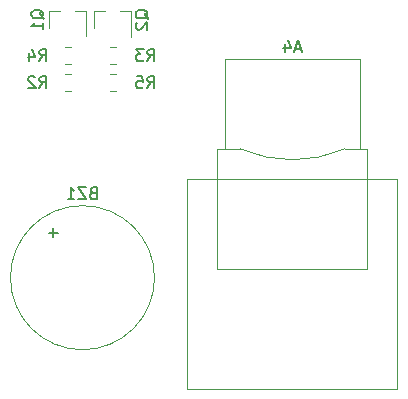
<source format=gbr>
G04 #@! TF.GenerationSoftware,KiCad,Pcbnew,5.1.5-52549c5~84~ubuntu19.04.1*
G04 #@! TF.CreationDate,2019-12-06T19:41:43+01:00*
G04 #@! TF.ProjectId,Rocket_PCB,526f636b-6574-45f5-9043-422e6b696361,rev?*
G04 #@! TF.SameCoordinates,Original*
G04 #@! TF.FileFunction,Legend,Bot*
G04 #@! TF.FilePolarity,Positive*
%FSLAX46Y46*%
G04 Gerber Fmt 4.6, Leading zero omitted, Abs format (unit mm)*
G04 Created by KiCad (PCBNEW 5.1.5-52549c5~84~ubuntu19.04.1) date 2019-12-06 19:41:43*
%MOMM*%
%LPD*%
G04 APERTURE LIST*
%ADD10C,0.120000*%
%ADD11C,0.150000*%
G04 APERTURE END LIST*
D10*
X139011922Y-49836000D02*
X139529078Y-49836000D01*
X139011922Y-51256000D02*
X139529078Y-51256000D01*
X139529078Y-53542000D02*
X139011922Y-53542000D01*
X139529078Y-52122000D02*
X139011922Y-52122000D01*
X137612000Y-46754000D02*
X137612000Y-48214000D01*
X140772000Y-46754000D02*
X140772000Y-48914000D01*
X140772000Y-46754000D02*
X139842000Y-46754000D01*
X137612000Y-46754000D02*
X138542000Y-46754000D01*
X148717000Y-50800000D02*
X148717000Y-58420000D01*
X160147000Y-50800000D02*
X148717000Y-50800000D01*
X160147000Y-58420000D02*
X160147000Y-50800000D01*
X148082000Y-58420000D02*
X149987000Y-58420000D01*
X160782000Y-58420000D02*
X158877000Y-58420000D01*
X149987001Y-58420000D02*
G75*
G03X158877000Y-58420000I4444999J10160000D01*
G01*
X160782000Y-68580000D02*
X160782000Y-58420000D01*
X148082000Y-68580000D02*
X148082000Y-58420000D01*
X160782000Y-68580000D02*
X148082000Y-68580000D01*
X145542000Y-78740000D02*
X163322000Y-78740000D01*
X145542000Y-60960000D02*
X145542000Y-78740000D01*
X163322000Y-60960000D02*
X145542000Y-60960000D01*
X163322000Y-78740000D02*
X163322000Y-60960000D01*
X142752000Y-69332000D02*
G75*
G03X142752000Y-69332000I-6100000J0D01*
G01*
X135201922Y-49836000D02*
X135719078Y-49836000D01*
X135201922Y-51256000D02*
X135719078Y-51256000D01*
X135719078Y-53542000D02*
X135201922Y-53542000D01*
X135719078Y-52122000D02*
X135201922Y-52122000D01*
X133802000Y-46738000D02*
X133802000Y-48198000D01*
X136962000Y-46738000D02*
X136962000Y-48898000D01*
X136962000Y-46738000D02*
X136032000Y-46738000D01*
X133802000Y-46738000D02*
X134732000Y-46738000D01*
D11*
X142152666Y-53284380D02*
X142486000Y-52808190D01*
X142724095Y-53284380D02*
X142724095Y-52284380D01*
X142343142Y-52284380D01*
X142247904Y-52332000D01*
X142200285Y-52379619D01*
X142152666Y-52474857D01*
X142152666Y-52617714D01*
X142200285Y-52712952D01*
X142247904Y-52760571D01*
X142343142Y-52808190D01*
X142724095Y-52808190D01*
X141247904Y-52284380D02*
X141724095Y-52284380D01*
X141771714Y-52760571D01*
X141724095Y-52712952D01*
X141628857Y-52665333D01*
X141390761Y-52665333D01*
X141295523Y-52712952D01*
X141247904Y-52760571D01*
X141200285Y-52855809D01*
X141200285Y-53093904D01*
X141247904Y-53189142D01*
X141295523Y-53236761D01*
X141390761Y-53284380D01*
X141628857Y-53284380D01*
X141724095Y-53236761D01*
X141771714Y-53189142D01*
X142152666Y-50998380D02*
X142486000Y-50522190D01*
X142724095Y-50998380D02*
X142724095Y-49998380D01*
X142343142Y-49998380D01*
X142247904Y-50046000D01*
X142200285Y-50093619D01*
X142152666Y-50188857D01*
X142152666Y-50331714D01*
X142200285Y-50426952D01*
X142247904Y-50474571D01*
X142343142Y-50522190D01*
X142724095Y-50522190D01*
X141819333Y-49998380D02*
X141200285Y-49998380D01*
X141533619Y-50379333D01*
X141390761Y-50379333D01*
X141295523Y-50426952D01*
X141247904Y-50474571D01*
X141200285Y-50569809D01*
X141200285Y-50807904D01*
X141247904Y-50903142D01*
X141295523Y-50950761D01*
X141390761Y-50998380D01*
X141676476Y-50998380D01*
X141771714Y-50950761D01*
X141819333Y-50903142D01*
X142239619Y-47418761D02*
X142192000Y-47323523D01*
X142096761Y-47228285D01*
X141953904Y-47085428D01*
X141906285Y-46990190D01*
X141906285Y-46894952D01*
X142144380Y-46942571D02*
X142096761Y-46847333D01*
X142001523Y-46752095D01*
X141811047Y-46704476D01*
X141477714Y-46704476D01*
X141287238Y-46752095D01*
X141192000Y-46847333D01*
X141144380Y-46942571D01*
X141144380Y-47133047D01*
X141192000Y-47228285D01*
X141287238Y-47323523D01*
X141477714Y-47371142D01*
X141811047Y-47371142D01*
X142001523Y-47323523D01*
X142096761Y-47228285D01*
X142144380Y-47133047D01*
X142144380Y-46942571D01*
X141239619Y-47752095D02*
X141192000Y-47799714D01*
X141144380Y-47894952D01*
X141144380Y-48133047D01*
X141192000Y-48228285D01*
X141239619Y-48275904D01*
X141334857Y-48323523D01*
X141430095Y-48323523D01*
X141572952Y-48275904D01*
X142144380Y-47704476D01*
X142144380Y-48323523D01*
X155146285Y-49950666D02*
X154670095Y-49950666D01*
X155241523Y-50236380D02*
X154908190Y-49236380D01*
X154574857Y-50236380D01*
X153812952Y-49569714D02*
X153812952Y-50236380D01*
X154051047Y-49188761D02*
X154289142Y-49903047D01*
X153670095Y-49903047D01*
X137532952Y-62158571D02*
X137390095Y-62206190D01*
X137342476Y-62253809D01*
X137294857Y-62349047D01*
X137294857Y-62491904D01*
X137342476Y-62587142D01*
X137390095Y-62634761D01*
X137485333Y-62682380D01*
X137866285Y-62682380D01*
X137866285Y-61682380D01*
X137532952Y-61682380D01*
X137437714Y-61730000D01*
X137390095Y-61777619D01*
X137342476Y-61872857D01*
X137342476Y-61968095D01*
X137390095Y-62063333D01*
X137437714Y-62110952D01*
X137532952Y-62158571D01*
X137866285Y-62158571D01*
X136961523Y-61682380D02*
X136294857Y-61682380D01*
X136961523Y-62682380D01*
X136294857Y-62682380D01*
X135390095Y-62682380D02*
X135961523Y-62682380D01*
X135675809Y-62682380D02*
X135675809Y-61682380D01*
X135771047Y-61825238D01*
X135866285Y-61920476D01*
X135961523Y-61968095D01*
X134183428Y-65141047D02*
X134183428Y-65902952D01*
X134564380Y-65522000D02*
X133802476Y-65522000D01*
X133008666Y-50998380D02*
X133342000Y-50522190D01*
X133580095Y-50998380D02*
X133580095Y-49998380D01*
X133199142Y-49998380D01*
X133103904Y-50046000D01*
X133056285Y-50093619D01*
X133008666Y-50188857D01*
X133008666Y-50331714D01*
X133056285Y-50426952D01*
X133103904Y-50474571D01*
X133199142Y-50522190D01*
X133580095Y-50522190D01*
X132151523Y-50331714D02*
X132151523Y-50998380D01*
X132389619Y-49950761D02*
X132627714Y-50665047D01*
X132008666Y-50665047D01*
X133008666Y-53284380D02*
X133342000Y-52808190D01*
X133580095Y-53284380D02*
X133580095Y-52284380D01*
X133199142Y-52284380D01*
X133103904Y-52332000D01*
X133056285Y-52379619D01*
X133008666Y-52474857D01*
X133008666Y-52617714D01*
X133056285Y-52712952D01*
X133103904Y-52760571D01*
X133199142Y-52808190D01*
X133580095Y-52808190D01*
X132627714Y-52379619D02*
X132580095Y-52332000D01*
X132484857Y-52284380D01*
X132246761Y-52284380D01*
X132151523Y-52332000D01*
X132103904Y-52379619D01*
X132056285Y-52474857D01*
X132056285Y-52570095D01*
X132103904Y-52712952D01*
X132675333Y-53284380D01*
X132056285Y-53284380D01*
X133389619Y-47402761D02*
X133342000Y-47307523D01*
X133246761Y-47212285D01*
X133103904Y-47069428D01*
X133056285Y-46974190D01*
X133056285Y-46878952D01*
X133294380Y-46926571D02*
X133246761Y-46831333D01*
X133151523Y-46736095D01*
X132961047Y-46688476D01*
X132627714Y-46688476D01*
X132437238Y-46736095D01*
X132342000Y-46831333D01*
X132294380Y-46926571D01*
X132294380Y-47117047D01*
X132342000Y-47212285D01*
X132437238Y-47307523D01*
X132627714Y-47355142D01*
X132961047Y-47355142D01*
X133151523Y-47307523D01*
X133246761Y-47212285D01*
X133294380Y-47117047D01*
X133294380Y-46926571D01*
X133294380Y-48307523D02*
X133294380Y-47736095D01*
X133294380Y-48021809D02*
X132294380Y-48021809D01*
X132437238Y-47926571D01*
X132532476Y-47831333D01*
X132580095Y-47736095D01*
M02*

</source>
